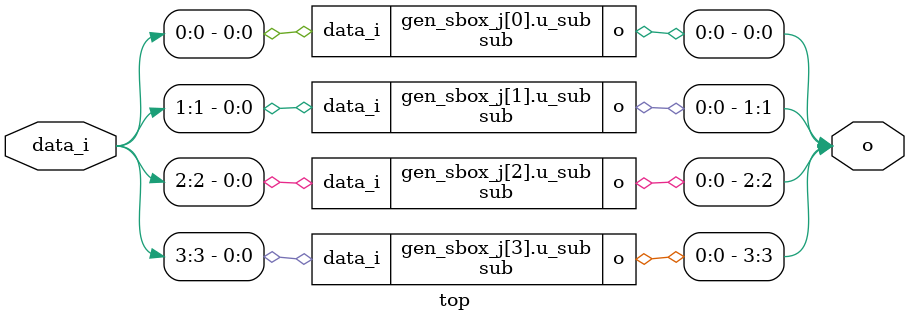
<source format=sv>
/* Generated by Synlig (git sha1 8b34db631, g++ 12.2.0-14 -fPIC -O3) */

(* src = "/root/synlig/synlig/tests/simple_tests/NestedSelectOnInputPortInGenscope/top.sv:10.7-13.9" *)
module sub(data_i, o);
  (* src = "/root/synlig/synlig/tests/simple_tests/NestedSelectOnInputPortInGenscope/top.sv:1.24-1.30" *)
  input data_i;
  wire data_i;
  (* src = "/root/synlig/synlig/tests/simple_tests/NestedSelectOnInputPortInGenscope/top.sv:1.45-1.46" *)
  output o;
  wire o;
  assign o = data_i;
endmodule

(* top =  1  *)
(* src = "/root/synlig/synlig/tests/simple_tests/NestedSelectOnInputPortInGenscope/top.sv:5.1-15.10" *)
module top(data_i, o);
  (* src = "/root/synlig/synlig/tests/simple_tests/NestedSelectOnInputPortInGenscope/top.sv:6.27-6.33" *)
  input [3:0] data_i;
  wire [3:0] data_i;
  (* src = "/root/synlig/synlig/tests/simple_tests/NestedSelectOnInputPortInGenscope/top.sv:7.23-7.24" *)
  output [3:0] o;
  wire [3:0] o;
  (* module_not_derived = 32'd1 *)
  (* src = "/root/synlig/synlig/tests/simple_tests/NestedSelectOnInputPortInGenscope/top.sv:10.7-13.9" *)
  sub \gen_sbox_j[0].u_sub  (
    .data_i(data_i[0]),
    .o(o[0])
  );
  (* module_not_derived = 32'd1 *)
  (* src = "/root/synlig/synlig/tests/simple_tests/NestedSelectOnInputPortInGenscope/top.sv:10.7-13.9" *)
  sub \gen_sbox_j[1].u_sub  (
    .data_i(data_i[1]),
    .o(o[1])
  );
  (* module_not_derived = 32'd1 *)
  (* src = "/root/synlig/synlig/tests/simple_tests/NestedSelectOnInputPortInGenscope/top.sv:10.7-13.9" *)
  sub \gen_sbox_j[2].u_sub  (
    .data_i(data_i[2]),
    .o(o[2])
  );
  (* module_not_derived = 32'd1 *)
  (* src = "/root/synlig/synlig/tests/simple_tests/NestedSelectOnInputPortInGenscope/top.sv:10.7-13.9" *)
  sub \gen_sbox_j[3].u_sub  (
    .data_i(data_i[3]),
    .o(o[3])
  );
endmodule

</source>
